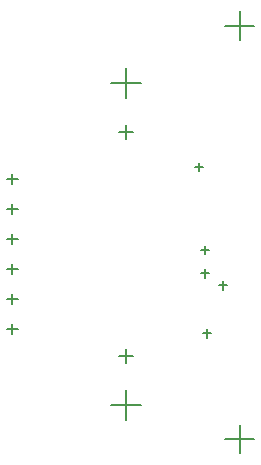
<source format=gbr>
%TF.GenerationSoftware,Altium Limited,Altium Designer,18.0.9 (584)*%
G04 Layer_Color=128*
%FSLAX26Y26*%
%MOIN*%
%TF.FileFunction,Drillmap*%
%TF.Part,Single*%
G01*
G75*
%TA.AperFunction,NonConductor*%
%ADD24C,0.005000*%
D24*
X818641Y-1476378D02*
X913641D01*
X866141Y-1523878D02*
Y-1428878D01*
X818641Y-98425D02*
X913641D01*
X866141Y-145925D02*
Y-50925D01*
X90550Y-610236D02*
X125984D01*
X108267Y-627952D02*
Y-592519D01*
X90550Y-710236D02*
X125984D01*
X108267Y-727952D02*
Y-692519D01*
X90550Y-810236D02*
X125984D01*
X108267Y-827952D02*
Y-792519D01*
X90550Y-910236D02*
X125984D01*
X108267Y-927952D02*
Y-892519D01*
X90550Y-1010236D02*
X125984D01*
X108267Y-1027952D02*
Y-992519D01*
X90550Y-1110236D02*
X125984D01*
X108267Y-1127952D02*
Y-1092519D01*
X463029Y-1200906D02*
X510029D01*
X486529Y-1224406D02*
Y-1177406D01*
X464629Y-452305D02*
X511629D01*
X488129Y-475805D02*
Y-428805D01*
X438129Y-290406D02*
X538129D01*
X488129Y-340406D02*
Y-240405D01*
X438129Y-1362805D02*
X538129D01*
X488129Y-1412805D02*
Y-1312805D01*
X717317Y-570894D02*
X745317D01*
X731317Y-584894D02*
Y-556894D01*
X797317Y-964894D02*
X825317D01*
X811317Y-978894D02*
Y-950894D01*
X737317Y-924803D02*
X765317D01*
X751317Y-938803D02*
Y-910803D01*
X737317Y-846693D02*
X765317D01*
X751317Y-860693D02*
Y-832693D01*
X743401Y-1124803D02*
X771401D01*
X757401Y-1138803D02*
Y-1110803D01*
%TF.MD5,2610f8cf16e743214618e969eb1008f2*%
M02*

</source>
